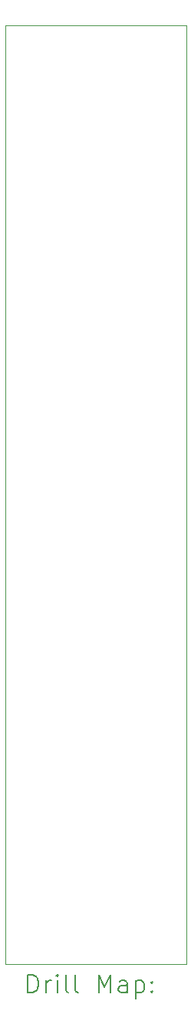
<source format=gbr>
%TF.GenerationSoftware,KiCad,Pcbnew,6.0.11+dfsg-1~bpo11+1*%
%TF.CreationDate,2023-04-14T10:24:12+08:00*%
%TF.ProjectId,MiniVerb - Main,4d696e69-5665-4726-9220-2d204d61696e,rev?*%
%TF.SameCoordinates,Original*%
%TF.FileFunction,Drillmap*%
%TF.FilePolarity,Positive*%
%FSLAX45Y45*%
G04 Gerber Fmt 4.5, Leading zero omitted, Abs format (unit mm)*
G04 Created by KiCad (PCBNEW 6.0.11+dfsg-1~bpo11+1) date 2023-04-14 10:24:12*
%MOMM*%
%LPD*%
G01*
G04 APERTURE LIST*
%ADD10C,0.100000*%
%ADD11C,0.200000*%
G04 APERTURE END LIST*
D10*
X18009907Y-15354593D02*
X16009907Y-15354593D01*
X16009907Y-15354593D02*
X16009907Y-5004593D01*
X16009907Y-5004593D02*
X18009907Y-5004593D01*
X18009907Y-5004593D02*
X18009907Y-15354593D01*
D11*
X16262526Y-15670069D02*
X16262526Y-15470069D01*
X16310145Y-15470069D01*
X16338716Y-15479593D01*
X16357764Y-15498641D01*
X16367288Y-15517688D01*
X16376811Y-15555784D01*
X16376811Y-15584355D01*
X16367288Y-15622450D01*
X16357764Y-15641498D01*
X16338716Y-15660546D01*
X16310145Y-15670069D01*
X16262526Y-15670069D01*
X16462526Y-15670069D02*
X16462526Y-15536736D01*
X16462526Y-15574831D02*
X16472049Y-15555784D01*
X16481573Y-15546260D01*
X16500621Y-15536736D01*
X16519669Y-15536736D01*
X16586335Y-15670069D02*
X16586335Y-15536736D01*
X16586335Y-15470069D02*
X16576811Y-15479593D01*
X16586335Y-15489117D01*
X16595859Y-15479593D01*
X16586335Y-15470069D01*
X16586335Y-15489117D01*
X16710145Y-15670069D02*
X16691097Y-15660546D01*
X16681573Y-15641498D01*
X16681573Y-15470069D01*
X16814907Y-15670069D02*
X16795859Y-15660546D01*
X16786335Y-15641498D01*
X16786335Y-15470069D01*
X17043478Y-15670069D02*
X17043478Y-15470069D01*
X17110145Y-15612927D01*
X17176811Y-15470069D01*
X17176811Y-15670069D01*
X17357764Y-15670069D02*
X17357764Y-15565307D01*
X17348240Y-15546260D01*
X17329192Y-15536736D01*
X17291097Y-15536736D01*
X17272050Y-15546260D01*
X17357764Y-15660546D02*
X17338716Y-15670069D01*
X17291097Y-15670069D01*
X17272050Y-15660546D01*
X17262526Y-15641498D01*
X17262526Y-15622450D01*
X17272050Y-15603403D01*
X17291097Y-15593879D01*
X17338716Y-15593879D01*
X17357764Y-15584355D01*
X17453002Y-15536736D02*
X17453002Y-15736736D01*
X17453002Y-15546260D02*
X17472050Y-15536736D01*
X17510145Y-15536736D01*
X17529192Y-15546260D01*
X17538716Y-15555784D01*
X17548240Y-15574831D01*
X17548240Y-15631974D01*
X17538716Y-15651022D01*
X17529192Y-15660546D01*
X17510145Y-15670069D01*
X17472050Y-15670069D01*
X17453002Y-15660546D01*
X17633954Y-15651022D02*
X17643478Y-15660546D01*
X17633954Y-15670069D01*
X17624431Y-15660546D01*
X17633954Y-15651022D01*
X17633954Y-15670069D01*
X17633954Y-15546260D02*
X17643478Y-15555784D01*
X17633954Y-15565307D01*
X17624431Y-15555784D01*
X17633954Y-15546260D01*
X17633954Y-15565307D01*
M02*

</source>
